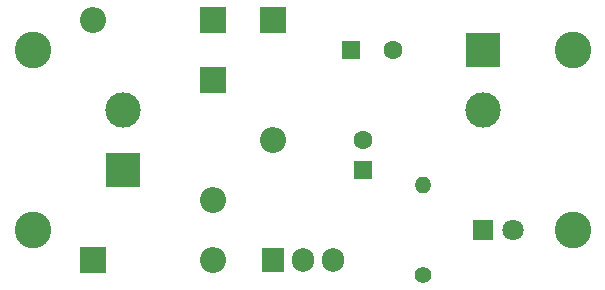
<source format=gbr>
%TF.GenerationSoftware,KiCad,Pcbnew,7.0.7*%
%TF.CreationDate,2024-08-27T12:46:14+05:30*%
%TF.ProjectId,Power supply module,506f7765-7220-4737-9570-706c79206d6f,rev?*%
%TF.SameCoordinates,Original*%
%TF.FileFunction,Soldermask,Bot*%
%TF.FilePolarity,Negative*%
%FSLAX46Y46*%
G04 Gerber Fmt 4.6, Leading zero omitted, Abs format (unit mm)*
G04 Created by KiCad (PCBNEW 7.0.7) date 2024-08-27 12:46:14*
%MOMM*%
%LPD*%
G01*
G04 APERTURE LIST*
%ADD10C,3.100000*%
%ADD11R,1.905000X2.000000*%
%ADD12O,1.905000X2.000000*%
%ADD13O,1.400000X1.400000*%
%ADD14C,1.400000*%
%ADD15R,3.000000X3.000000*%
%ADD16C,3.000000*%
%ADD17R,1.800000X1.800000*%
%ADD18C,1.800000*%
%ADD19R,2.200000X2.200000*%
%ADD20O,2.200000X2.200000*%
%ADD21R,1.600000X1.600000*%
%ADD22C,1.600000*%
G04 APERTURE END LIST*
D10*
%TO.C,H4*%
X111760000Y-83820000D03*
%TD*%
%TO.C,H3*%
X111760000Y-99060000D03*
%TD*%
%TO.C,H2*%
X157480000Y-83820000D03*
%TD*%
%TO.C,H1*%
X157480000Y-99060000D03*
%TD*%
D11*
%TO.C,U1*%
X132080000Y-101600000D03*
D12*
X134620000Y-101600000D03*
X137160000Y-101600000D03*
%TD*%
D13*
%TO.C,R1*%
X144780000Y-95250000D03*
D14*
X144780000Y-102870000D03*
%TD*%
D15*
%TO.C,J2*%
X149860000Y-83820000D03*
D16*
X149860000Y-88900000D03*
%TD*%
D15*
%TO.C,J1*%
X119380000Y-93980000D03*
D16*
X119380000Y-88900000D03*
%TD*%
D17*
%TO.C,D5*%
X149860000Y-99060000D03*
D18*
X152400000Y-99060000D03*
%TD*%
D19*
%TO.C,D4*%
X127000000Y-86360000D03*
D20*
X127000000Y-96520000D03*
%TD*%
D19*
%TO.C,D3*%
X127000000Y-81280000D03*
D20*
X116840000Y-81280000D03*
%TD*%
D19*
%TO.C,D2*%
X132080000Y-81280000D03*
D20*
X132080000Y-91440000D03*
%TD*%
D19*
%TO.C,D1*%
X116840000Y-101600000D03*
D20*
X127000000Y-101600000D03*
%TD*%
D21*
%TO.C,C2*%
X139700000Y-93980000D03*
D22*
X139700000Y-91480000D03*
%TD*%
%TO.C,C1*%
X142240000Y-83820000D03*
D21*
X138740000Y-83820000D03*
%TD*%
M02*

</source>
